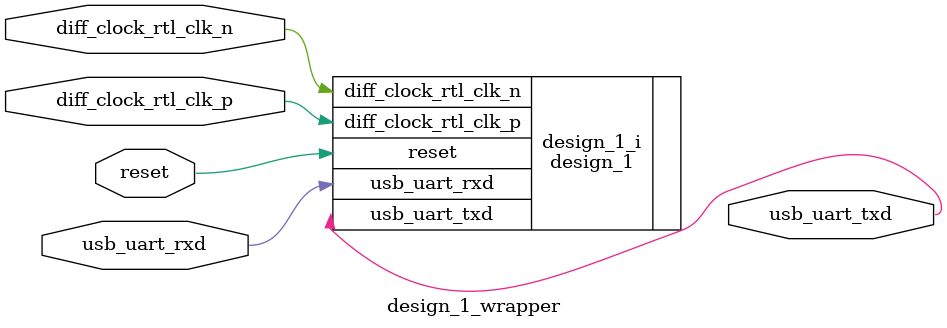
<source format=v>
`timescale 1 ps / 1 ps

module design_1_wrapper
   (diff_clock_rtl_clk_n,
    diff_clock_rtl_clk_p,
    reset,
    usb_uart_rxd,
    usb_uart_txd);
  input diff_clock_rtl_clk_n;
  input diff_clock_rtl_clk_p;
  input reset;
  input usb_uart_rxd;
  output usb_uart_txd;

  wire diff_clock_rtl_clk_n;
  wire diff_clock_rtl_clk_p;
  wire reset;
  wire usb_uart_rxd;
  wire usb_uart_txd;

  design_1 design_1_i
       (.diff_clock_rtl_clk_n(diff_clock_rtl_clk_n),
        .diff_clock_rtl_clk_p(diff_clock_rtl_clk_p),
        .reset(reset),
        .usb_uart_rxd(usb_uart_rxd),
        .usb_uart_txd(usb_uart_txd));
endmodule

</source>
